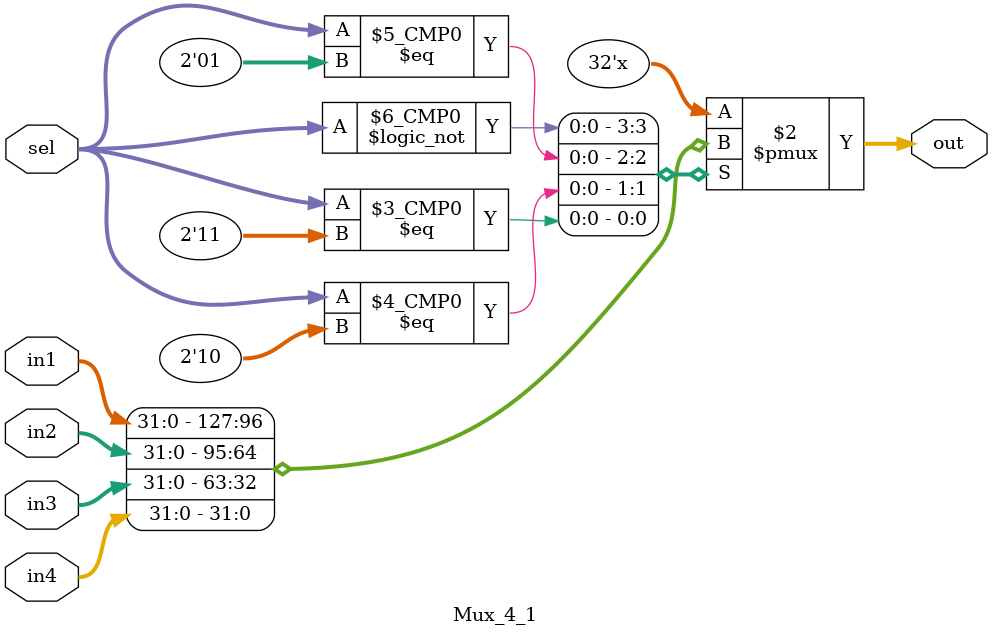
<source format=v>
`timescale 1ns / 1ps
/*******************************************************************
*
* Module: module_Mux_4_1.v
* Project: Archetchture_project
* Author: Mariam Abulela     900141674
          Nada Badawy        900171975
          Mohamed Al-Awadly  900163100
* Description: in this module we sellect the Outpot of the J and U instructions that 
*will be weitten the in the Rd_Register based on a two bit sellect input
*
* Change history: 27/10/19  creat the module
* 28/10/19  Edit the module 
*
**********************************************************************/


module Mux_4_1(
input [31:0] in1,
input [31:0] in2,
input [31:0] in3,
input [31:0] in4, 
input [1:0] sel, 
output reg [31:0] out);
  always @(*)
begin
case(sel)
2'b00 : out= in1;   //JAL/JALR
2'b01 : out= in2;   // AUIPC
2'b10 : out= in3;    //LUI
2'b11 : out= in4;   //MEM-MUX

endcase
end
endmodule

</source>
